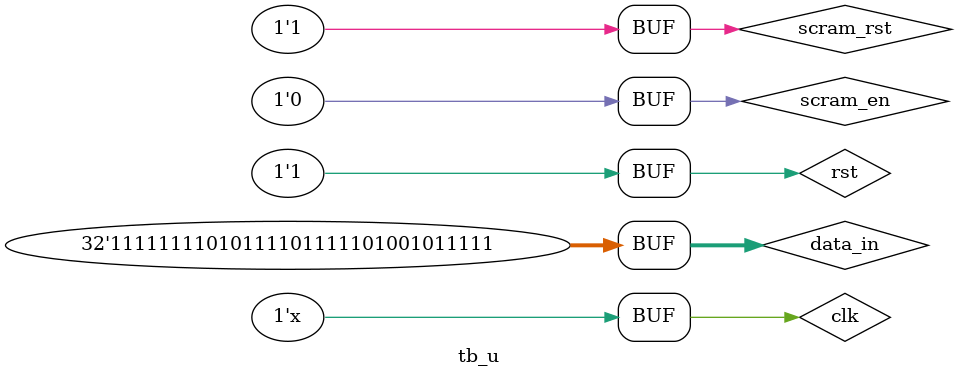
<source format=v>

`timescale 1ns/1ps

module tb_u();
	reg clk;
	reg rst;
	reg  [31:0] data_in;
	reg scram_en;
	reg  scram_rst;
	wire [31:0] data_out;
	wire [31:0] data_c;
	always #5 clk = ~clk;
	initial begin
		clk = 1;
		rst = 1;
		scram_rst = 1;
		scram_en = 0;
		#10
		rst = 0;
		scram_en = 1;
		scram_rst = 0;
		data_in = 32'h00000000;
		
		#10
		data_in = 32'h11111111;
		
		#10
		data_in = 32'h22222222;
		
		#10
		data_in = 32'h33333333;
		
		#10
		data_in = 32'h44444444;
		
		
		#10
		rst = 1;
		scram_rst = 1;
		scram_en = 0;
		
		#10
		rst = 0;
		scram_rst = 0;
		scram_en = 1;
		data_in = 32'h1f26b368;
		#10
		data_in = 32'hb419527d;
		#10
		data_in = 32'h1670f176;
		#10
		data_in = 32'hb966a631;
		#10
		data_in = 32'hff5efa5f;
		
		#10
		rst = 1;
		scram_rst = 1;
		scram_en = 0;
		
	end
	
	
	
	scrambler u_scrambler (
		.clk      (clk),
		.data_c   (data_c),
		.data_in  (data_in),
		.data_out (data_out),
		.rst      (rst),
		.scram_en (scram_en),
		.scram_rst(scram_rst)
	);
endmodule
</source>
